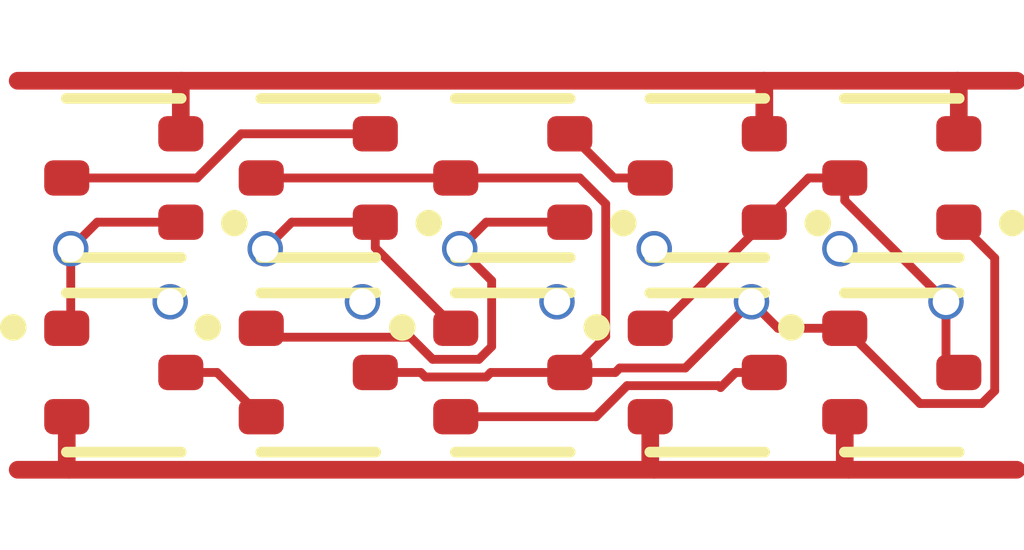
<source format=kicad_pcb>
(kicad_pcb (version 20241229) (generator "pcbnew") (generator_version "9.0")
  (layers (0 "F.Cu" signal) (2 "B.Cu" signal) (13 "F.Paste" user) (15 "B.Paste" user) (5 "F.SilkS" user "F.Silkscreen") (7 "B.SilkS" user "B.Silkscreen") (1 "F.Mask" user) (3 "B.Mask" user) (25 "Edge.Cuts" user))
  (net 0 "")
  (net 1 "GND")
  (net 2 "VDD")
  (net 3 "D")
  (net 4 "NOT1.intN")
  (net 5 "CLK")
  (net 6 "nQ")
  (net 7 "NOT1.intP")
  (net 8 "nCLK")
  (net 9 "Q")
  (net 10 "NOT3.intN")
  (net 11 "NOT3.intP")
  (footprint "Package_TO_SOT_SMD:SOT-523" (layer "F.Cu") (at 5.5 3.3)
    (property "Reference" "NOT3.P2" (hide yes))
    (property "Value" "")
    (fp_line (start 0.65 -0.9) (end -0.65 -0.9) (stroke (width 0.12)) (layer "F.SilkS"))
    (fp_line (start 0.65 0.9) (end -0.65 0.9) (stroke (width 0.12)) (layer "F.SilkS"))
    (fp_circle (center -1.25 -0.51) (end -1.1 -0.51) (fill yes) (layer "F.SilkS"))
    (pad "1" smd roundrect (at -0.645 -0.5 180) (size 0.51 0.4) (layers "F.Cu" "F.Mask" "F.Paste") (net 5 "CLK"))
    (pad "2" smd roundrect (at -0.645 0.5 180) (size 0.51 0.4) (layers "F.Cu" "F.Mask" "F.Paste") (net 11 "NOT3.intP"))
    (pad "3" smd roundrect (at 0.645 0 180) (size 0.51 0.4) (layers "F.Cu" "F.Mask" "F.Paste") (net 6 "nQ"))
  )
  (footprint "Package_TO_SOT_SMD:SOT-523" (layer "F.Cu") (at 3.3 3.3)
    (property "Reference" "NOT1.P2" (hide yes))
    (property "Value" "")
    (fp_line (start 0.65 -0.9) (end -0.65 -0.9) (stroke (width 0.12)) (layer "F.SilkS"))
    (fp_line (start 0.65 0.9) (end -0.65 0.9) (stroke (width 0.12)) (layer "F.SilkS"))
    (fp_circle (center -1.25 -0.51) (end -1.1 -0.51) (fill yes) (layer "F.SilkS"))
    (pad "1" smd roundrect (at -0.645 -0.5 180) (size 0.51 0.4) (layers "F.Cu" "F.Mask" "F.Paste") (net 8 "nCLK"))
    (pad "2" smd roundrect (at -0.645 0.5 180) (size 0.51 0.4) (layers "F.Cu" "F.Mask" "F.Paste") (net 7 "NOT1.intP"))
    (pad "3" smd roundrect (at 0.645 0 180) (size 0.51 0.4) (layers "F.Cu" "F.Mask" "F.Paste") (net 6 "nQ"))
  )
  (footprint "Package_TO_SOT_SMD:SOT-523" (layer "F.Cu") (at 7.7 1.1 180)
    (property "Reference" "NOT3.N1" (hide yes))
    (property "Value" "")
    (fp_line (start 0.65 0.9) (end -0.65 0.9) (stroke (width 0.12)) (layer "F.SilkS"))
    (fp_line (start 0.65 -0.9) (end -0.65 -0.9) (stroke (width 0.12)) (layer "F.SilkS"))
    (fp_circle (center -1.25 -0.51) (end -1.1 -0.51) (fill yes) (layer "F.SilkS"))
    (pad "1" smd roundrect (at -0.645 -0.5) (size 0.51 0.4) (layers "F.Cu" "F.Mask" "F.Paste") (net 9 "Q"))
    (pad "2" smd roundrect (at -0.645 0.5) (size 0.51 0.4) (layers "F.Cu" "F.Mask" "F.Paste") (net 1 "GND"))
    (pad "3" smd roundrect (at 0.645 0) (size 0.51 0.4) (layers "F.Cu" "F.Mask" "F.Paste") (net 10 "NOT3.intN"))
  )
  (footprint "Package_TO_SOT_SMD:SOT-523" (layer "F.Cu") (at 5.5 1.1 180)
    (property "Reference" "NOT3.N2" (hide yes))
    (property "Value" "")
    (fp_line (start 0.65 0.9) (end -0.65 0.9) (stroke (width 0.12)) (layer "F.SilkS"))
    (fp_line (start 0.65 -0.9) (end -0.65 -0.9) (stroke (width 0.12)) (layer "F.SilkS"))
    (fp_circle (center -1.25 -0.51) (end -1.1 -0.51) (fill yes) (layer "F.SilkS"))
    (pad "1" smd roundrect (at -0.645 -0.5) (size 0.51 0.4) (layers "F.Cu" "F.Mask" "F.Paste") (net 8 "nCLK"))
    (pad "2" smd roundrect (at -0.645 0.5) (size 0.51 0.4) (layers "F.Cu" "F.Mask" "F.Paste") (net 10 "NOT3.intN"))
    (pad "3" smd roundrect (at 0.645 0) (size 0.51 0.4) (layers "F.Cu" "F.Mask" "F.Paste") (net 6 "nQ"))
  )
  (footprint "Package_TO_SOT_SMD:SOT-523" (layer "F.Cu") (at 7.7 3.3)
    (property "Reference" "NOT3.P1" (hide yes))
    (property "Value" "")
    (fp_line (start 0.65 -0.9) (end -0.65 -0.9) (stroke (width 0.12)) (layer "F.SilkS"))
    (fp_line (start 0.65 0.9) (end -0.65 0.9) (stroke (width 0.12)) (layer "F.SilkS"))
    (fp_circle (center -1.25 -0.51) (end -1.1 -0.51) (fill yes) (layer "F.SilkS"))
    (pad "1" smd roundrect (at -0.645 -0.5 180) (size 0.51 0.4) (layers "F.Cu" "F.Mask" "F.Paste") (net 9 "Q"))
    (pad "2" smd roundrect (at -0.645 0.5 180) (size 0.51 0.4) (layers "F.Cu" "F.Mask" "F.Paste") (net 2 "VDD"))
    (pad "3" smd roundrect (at 0.645 0 180) (size 0.51 0.4) (layers "F.Cu" "F.Mask" "F.Paste") (net 11 "NOT3.intP"))
  )
  (footprint "Package_TO_SOT_SMD:SOT-523" (layer "F.Cu") (at 3.3 1.1 180)
    (property "Reference" "NOT1.N2" (hide yes))
    (property "Value" "")
    (fp_line (start 0.65 0.9) (end -0.65 0.9) (stroke (width 0.12)) (layer "F.SilkS"))
    (fp_line (start 0.65 -0.9) (end -0.65 -0.9) (stroke (width 0.12)) (layer "F.SilkS"))
    (fp_circle (center -1.25 -0.51) (end -1.1 -0.51) (fill yes) (layer "F.SilkS"))
    (pad "1" smd roundrect (at -0.645 -0.5) (size 0.51 0.4) (layers "F.Cu" "F.Mask" "F.Paste") (net 5 "CLK"))
    (pad "2" smd roundrect (at -0.645 0.5) (size 0.51 0.4) (layers "F.Cu" "F.Mask" "F.Paste") (net 4 "NOT1.intN"))
    (pad "3" smd roundrect (at 0.645 0) (size 0.51 0.4) (layers "F.Cu" "F.Mask" "F.Paste") (net 6 "nQ"))
  )
  (footprint "Package_TO_SOT_SMD:SOT-523" (layer "F.Cu") (at 9.9 1.1 180)
    (property "Reference" "NOT2.N1" (hide yes))
    (property "Value" "")
    (fp_line (start 0.65 0.9) (end -0.65 0.9) (stroke (width 0.12)) (layer "F.SilkS"))
    (fp_line (start 0.65 -0.9) (end -0.65 -0.9) (stroke (width 0.12)) (layer "F.SilkS"))
    (fp_circle (center -1.25 -0.51) (end -1.1 -0.51) (fill yes) (layer "F.SilkS"))
    (pad "1" smd roundrect (at -0.645 -0.5) (size 0.51 0.4) (layers "F.Cu" "F.Mask" "F.Paste") (net 6 "nQ"))
    (pad "2" smd roundrect (at -0.645 0.5) (size 0.51 0.4) (layers "F.Cu" "F.Mask" "F.Paste") (net 1 "GND"))
    (pad "3" smd roundrect (at 0.645 0) (size 0.51 0.4) (layers "F.Cu" "F.Mask" "F.Paste") (net 9 "Q"))
  )
  (footprint "Package_TO_SOT_SMD:SOT-523" (layer "F.Cu") (at 1.1 3.3)
    (property "Reference" "NOT1.P1" (hide yes))
    (property "Value" "")
    (fp_line (start 0.65 -0.9) (end -0.65 -0.9) (stroke (width 0.12)) (layer "F.SilkS"))
    (fp_line (start 0.65 0.9) (end -0.65 0.9) (stroke (width 0.12)) (layer "F.SilkS"))
    (fp_circle (center -1.25 -0.51) (end -1.1 -0.51) (fill yes) (layer "F.SilkS"))
    (pad "1" smd roundrect (at -0.645 -0.5 180) (size 0.51 0.4) (layers "F.Cu" "F.Mask" "F.Paste") (net 3 "D"))
    (pad "2" smd roundrect (at -0.645 0.5 180) (size 0.51 0.4) (layers "F.Cu" "F.Mask" "F.Paste") (net 2 "VDD"))
    (pad "3" smd roundrect (at 0.645 0 180) (size 0.51 0.4) (layers "F.Cu" "F.Mask" "F.Paste") (net 7 "NOT1.intP"))
  )
  (footprint "Package_TO_SOT_SMD:SOT-523" (layer "F.Cu") (at 1.1 1.1 180)
    (property "Reference" "NOT1.N1" (hide yes))
    (property "Value" "")
    (fp_line (start 0.65 0.9) (end -0.65 0.9) (stroke (width 0.12)) (layer "F.SilkS"))
    (fp_line (start 0.65 -0.9) (end -0.65 -0.9) (stroke (width 0.12)) (layer "F.SilkS"))
    (fp_circle (center -1.25 -0.51) (end -1.1 -0.51) (fill yes) (layer "F.SilkS"))
    (pad "1" smd roundrect (at -0.645 -0.5) (size 0.51 0.4) (layers "F.Cu" "F.Mask" "F.Paste") (net 3 "D"))
    (pad "2" smd roundrect (at -0.645 0.5) (size 0.51 0.4) (layers "F.Cu" "F.Mask" "F.Paste") (net 1 "GND"))
    (pad "3" smd roundrect (at 0.645 0) (size 0.51 0.4) (layers "F.Cu" "F.Mask" "F.Paste") (net 4 "NOT1.intN"))
  )
  (footprint "Package_TO_SOT_SMD:SOT-523" (layer "F.Cu") (at 9.9 3.3)
    (property "Reference" "NOT2.P1" (hide yes))
    (property "Value" "")
    (fp_line (start 0.65 -0.9) (end -0.65 -0.9) (stroke (width 0.12)) (layer "F.SilkS"))
    (fp_line (start 0.65 0.9) (end -0.65 0.9) (stroke (width 0.12)) (layer "F.SilkS"))
    (fp_circle (center -1.25 -0.51) (end -1.1 -0.51) (fill yes) (layer "F.SilkS"))
    (pad "1" smd roundrect (at -0.645 -0.5 180) (size 0.51 0.4) (layers "F.Cu" "F.Mask" "F.Paste") (net 6 "nQ"))
    (pad "2" smd roundrect (at -0.645 0.5 180) (size 0.51 0.4) (layers "F.Cu" "F.Mask" "F.Paste") (net 2 "VDD"))
    (pad "3" smd roundrect (at 0.645 0 180) (size 0.51 0.4) (layers "F.Cu" "F.Mask" "F.Paste") (net 9 "Q"))
  )
  (via (at 1.625 2.5) (size 0.4) (drill 0.3) (layers "F.Cu" "B.Cu") (net 0))
  (via (at 3.8 2.5) (size 0.4) (drill 0.3) (layers "F.Cu" "B.Cu") (net 0))
  (via (at 6 2.5) (size 0.4) (drill 0.3) (layers "F.Cu" "B.Cu") (net 0))
  (via (at 7.1 1.9) (size 0.4) (drill 0.3) (layers "F.Cu" "B.Cu") (net 0))
  (via (at 9.2 1.9) (size 0.4) (drill 0.3) (layers "F.Cu" "B.Cu") (net 0))
  (segment (start 8.345 0.6) (end 8.345 0.005) (width 0.2) (layer "F.Cu") (net 1))
  (segment (start -0.1 0) (end 1.75 0) (width 0.2) (layer "F.Cu") (net 1))
  (segment (start 8.34 0) (end 10.53 0) (width 0.2) (layer "F.Cu") (net 1))
  (segment (start 10.545 0.015) (end 10.53 0) (width 0.2) (layer "F.Cu") (net 1))
  (segment (start 1.75 0) (end 8.34 0) (width 0.2) (layer "F.Cu") (net 1))
  (segment (start 10.53 0) (end 11.2 0) (width 0.2) (layer "F.Cu") (net 1))
  (segment (start 8.345 0.005) (end 8.34 0) (width 0.2) (layer "F.Cu") (net 1))
  (segment (start 1.745 0.005) (end 1.75 0) (width 0.2) (layer "F.Cu") (net 1))
  (segment (start 10.545 0.6) (end 10.545 0.015) (width 0.2) (layer "F.Cu") (net 1))
  (segment (start 1.745 0.6) (end 1.745 0.005) (width 0.2) (layer "F.Cu") (net 1))
  (segment (start 9.3 4.4) (end 11.2 4.4) (width 0.2) (layer "F.Cu") (net 2))
  (segment (start 0.48 4.4) (end 7.1 4.4) (width 0.2) (layer "F.Cu") (net 2))
  (segment (start 9.255 3.8) (end 9.255 4.355) (width 0.2) (layer "F.Cu") (net 2))
  (segment (start -0.1 4.4) (end 0.48 4.4) (width 0.2) (layer "F.Cu") (net 2))
  (segment (start 9.255 4.355) (end 9.3 4.4) (width 0.2) (layer "F.Cu") (net 2))
  (segment (start 7.055 4.355) (end 7.1 4.4) (width 0.2) (layer "F.Cu") (net 2))
  (segment (start 0.455 3.8) (end 0.455 4.375) (width 0.2) (layer "F.Cu") (net 2))
  (segment (start 7.055 3.8) (end 7.055 4.355) (width 0.2) (layer "F.Cu") (net 2))
  (segment (start 0.455 4.375) (end 0.48 4.4) (width 0.2) (layer "F.Cu") (net 2))
  (segment (start 7.1 4.4) (end 9.3 4.4) (width 0.2) (layer "F.Cu") (net 2))
  (segment (start 0.8 1.6) (end 0.5 1.9) (width 0.1) (layer "F.Cu") (net 3))
  (segment (start 1.745 1.6) (end 0.8 1.6) (width 0.1) (layer "F.Cu") (net 3))
  (segment (start 0.5 2.755) (end 0.455 2.8) (width 0.1) (layer "F.Cu") (net 3))
  (segment (start 0.5 1.9) (end 0.5 2.755) (width 0.1) (layer "F.Cu") (net 3))
  (via (at 0.5 1.9) (size 0.4) (drill 0.3) (layers "F.Cu" "B.Cu") (net 3))
  (segment (start 1.92845 1.1) (end 2.42845 0.6) (width 0.1) (layer "F.Cu") (net 4))
  (segment (start 0.455 1.1) (end 1.92845 1.1) (width 0.1) (layer "F.Cu") (net 4))
  (segment (start 2.42845 0.6) (end 3.945 0.6) (width 0.1) (layer "F.Cu") (net 4))
  (segment (start 3 1.6) (end 2.7 1.9) (width 0.1) (layer "F.Cu") (net 5))
  (segment (start 3.945 1.6) (end 3 1.6) (width 0.1) (layer "F.Cu") (net 5))
  (segment (start 3.945 1.89) (end 4.855 2.8) (width 0.1) (layer "F.Cu") (net 5))
  (segment (start 3.945 1.6) (end 3.945 1.89) (width 0.1) (layer "F.Cu") (net 5))
  (via (at 2.7 1.9) (size 0.4) (drill 0.3) (layers "F.Cu" "B.Cu") (net 5))
  (segment (start 8.5 2.8) (end 9.255 2.8) (width 0.1) (layer "F.Cu") (net 6))
  (segment (start 10.951 2.006) (end 10.545 1.6) (width 0.1) (layer "F.Cu") (net 6))
  (segment (start 10.806738 3.651) (end 10.951 3.506738) (width 0.1) (layer "F.Cu") (net 6))
  (segment (start 4.510419 3.351) (end 4.45942 3.3) (width 0.1) (layer "F.Cu") (net 6))
  (segment (start 8.2 2.5) (end 8.5 2.8) (width 0.1) (layer "F.Cu") (net 6))
  (segment (start 6.71042 3.249) (end 6.659419 3.3) (width 0.1) (layer "F.Cu") (net 6))
  (segment (start 2.655 1.1) (end 4.855 1.1) (width 0.1) (layer "F.Cu") (net 6))
  (segment (start 7.451 3.249) (end 6.71042 3.249) (width 0.1) (layer "F.Cu") (net 6))
  (segment (start 6.551 1.393262) (end 6.551 2.894) (width 0.1) (layer "F.Cu") (net 6))
  (segment (start 4.45942 3.3) (end 3.945 3.3) (width 0.1) (layer "F.Cu") (net 6))
  (segment (start 5.250581 3.3) (end 5.19958 3.351) (width 0.1) (layer "F.Cu") (net 6))
  (segment (start 5.19958 3.351) (end 4.510419 3.351) (width 0.1) (layer "F.Cu") (net 6))
  (segment (start 8.2 2.5) (end 7.451 3.249) (width 0.1) (layer "F.Cu") (net 6))
  (segment (start 6.145 3.3) (end 5.250581 3.3) (width 0.1) (layer "F.Cu") (net 6))
  (segment (start 4.855 1.1) (end 6.257738 1.1) (width 0.1) (layer "F.Cu") (net 6))
  (segment (start 6.659419 3.3) (end 6.145 3.3) (width 0.1) (layer "F.Cu") (net 6))
  (segment (start 10.951 3.506738) (end 10.951 2.006) (width 0.1) (layer "F.Cu") (net 6))
  (segment (start 6.257738 1.1) (end 6.551 1.393262) (width 0.1) (layer "F.Cu") (net 6))
  (segment (start 9.255 2.8) (end 10.106 3.651) (width 0.1) (layer "F.Cu") (net 6))
  (segment (start 10.106 3.651) (end 10.806738 3.651) (width 0.1) (layer "F.Cu") (net 6))
  (segment (start 6.551 2.894) (end 6.145 3.3) (width 0.1) (layer "F.Cu") (net 6))
  (via (at 8.2 2.5) (size 0.4) (drill 0.3) (layers "F.Cu" "B.Cu") (net 6))
  (segment (start 1.745 3.3) (end 2.155 3.3) (width 0.1) (layer "F.Cu") (net 7))
  (segment (start 2.155 3.3) (end 2.655 3.8) (width 0.1) (layer "F.Cu") (net 7))
  (segment (start 4.343262 2.901) (end 4.593262 3.151) (width 0.1) (layer "F.Cu") (net 8))
  (segment (start 5.261 2.261) (end 4.9 1.9) (width 0.1) (layer "F.Cu") (net 8))
  (segment (start 4.593262 3.151) (end 5.116738 3.151) (width 0.1) (layer "F.Cu") (net 8))
  (segment (start 5.2 1.6) (end 4.9 1.9) (width 0.1) (layer "F.Cu") (net 8))
  (segment (start 2.655 2.8) (end 2.756 2.901) (width 0.1) (layer "F.Cu") (net 8))
  (segment (start 6.145 1.6) (end 5.2 1.6) (width 0.1) (layer "F.Cu") (net 8))
  (segment (start 2.756 2.901) (end 4.343262 2.901) (width 0.1) (layer "F.Cu") (net 8))
  (segment (start 5.261 3.006738) (end 5.261 2.261) (width 0.1) (layer "F.Cu") (net 8))
  (segment (start 5.116738 3.151) (end 5.261 3.006738) (width 0.1) (layer "F.Cu") (net 8))
  (via (at 4.9 1.9) (size 0.4) (drill 0.3) (layers "F.Cu" "B.Cu") (net 8))
  (segment (start 8.345 1.6) (end 7.145 2.8) (width 0.1) (layer "F.Cu") (net 9))
  (segment (start 9.255 1.1) (end 8.845 1.1) (width 0.1) (layer "F.Cu") (net 9))
  (segment (start 7.145 2.8) (end 7.055 2.8) (width 0.1) (layer "F.Cu") (net 9))
  (segment (start 10.4 2.5) (end 10.4 3.155) (width 0.1) (layer "F.Cu") (net 9))
  (segment (start 9.255 1.355) (end 10.4 2.5) (width 0.1) (layer "F.Cu") (net 9))
  (segment (start 10.4 3.155) (end 10.545 3.3) (width 0.1) (layer "F.Cu") (net 9))
  (segment (start 9.255 1.1) (end 9.255 1.355) (width 0.1) (layer "F.Cu") (net 9))
  (segment (start 8.845 1.1) (end 8.345 1.6) (width 0.1) (layer "F.Cu") (net 9))
  (via (at 10.4 2.5) (size 0.4) (drill 0.3) (layers "F.Cu" "B.Cu") (net 9))
  (segment (start 7.055 1.1) (end 6.645 1.1) (width 0.1) (layer "F.Cu") (net 10))
  (segment (start 6.645 1.1) (end 6.145 0.6) (width 0.1) (layer "F.Cu") (net 10))
  (segment (start 8.345 3.3) (end 8.02 3.3) (width 0.1) (layer "F.Cu") (net 11))
  (segment (start 8.02 3.3) (end 7.85 3.47) (width 0.1) (layer "F.Cu") (net 11))
  (segment (start 7.829 3.449) (end 6.793262 3.449) (width 0.1) (layer "F.Cu") (net 11))
  (segment (start 7.85 3.47) (end 7.829 3.449) (width 0.1) (layer "F.Cu") (net 11))
  (segment (start 6.793262 3.449) (end 6.442262 3.8) (width 0.1) (layer "F.Cu") (net 11))
  (segment (start 6.442262 3.8) (end 4.855 3.8) (width 0.1) (layer "F.Cu") (net 11))
)
</source>
